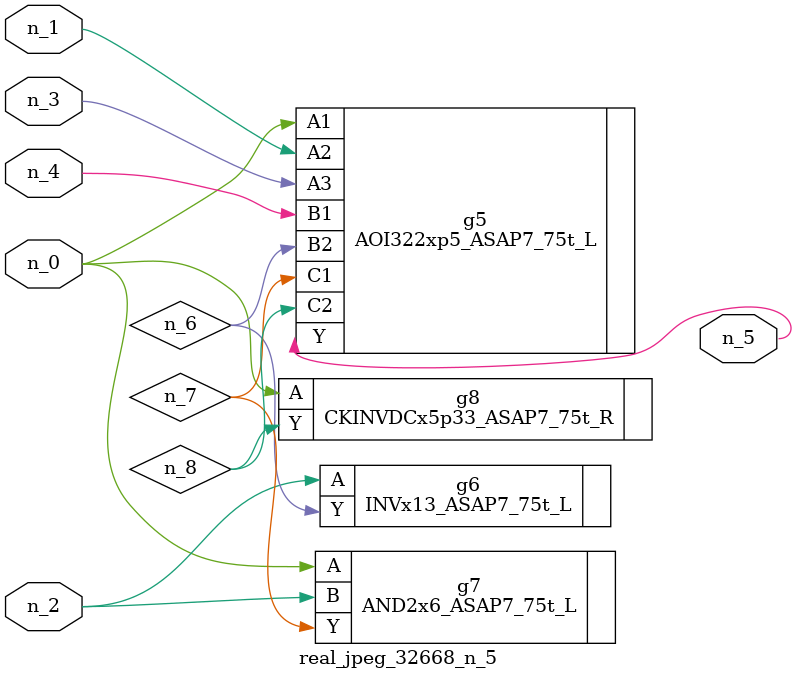
<source format=v>
module real_jpeg_32668_n_5 (n_4, n_0, n_1, n_2, n_3, n_5);

input n_4;
input n_0;
input n_1;
input n_2;
input n_3;

output n_5;

wire n_8;
wire n_6;
wire n_7;

AOI322xp5_ASAP7_75t_L g5 ( 
.A1(n_0),
.A2(n_1),
.A3(n_3),
.B1(n_4),
.B2(n_6),
.C1(n_7),
.C2(n_8),
.Y(n_5)
);

AND2x6_ASAP7_75t_L g7 ( 
.A(n_0),
.B(n_2),
.Y(n_7)
);

CKINVDCx5p33_ASAP7_75t_R g8 ( 
.A(n_0),
.Y(n_8)
);

INVx13_ASAP7_75t_L g6 ( 
.A(n_2),
.Y(n_6)
);


endmodule
</source>
